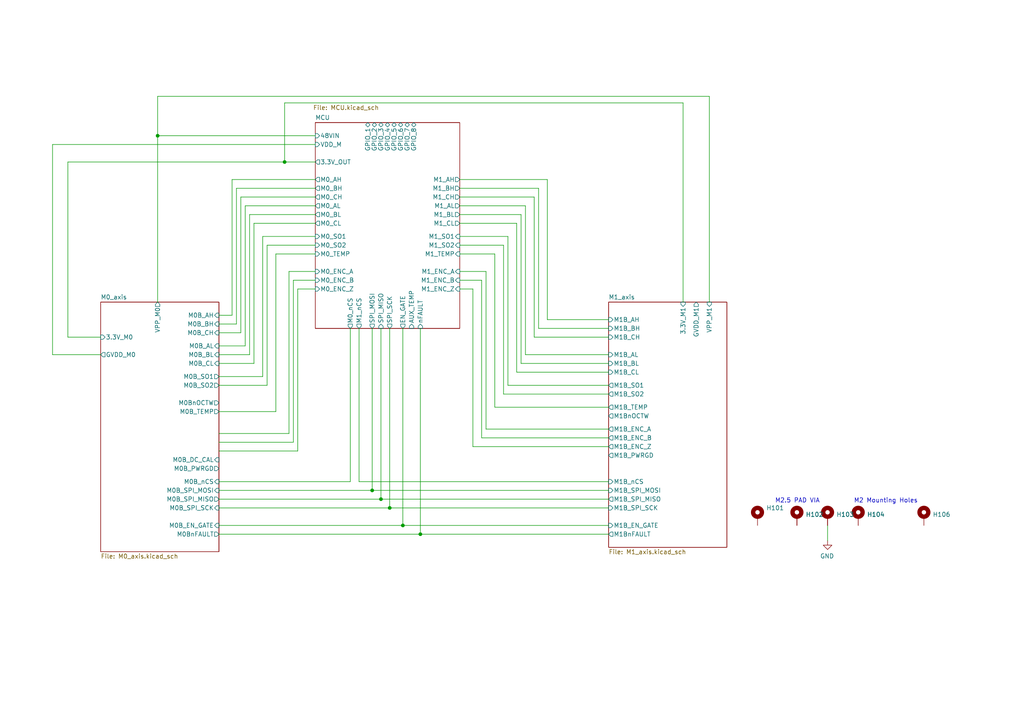
<source format=kicad_sch>
(kicad_sch (version 20230121) (generator eeschema)
  (paper "A4")
  (title_block (title "Q Motor Driver MB") (rev "1") (comment 1 "Drawn by: KHY"))
  (lib_symbols
    (symbol "Mechanical:MountingHole_Pad" (pin_numbers hide) (pin_names (offset 1.016) hide)
      (property "Reference" "H" (at 0 6.35 0))
      (property "Value" "MountingHole_Pad" (at 0 4.445 0))
      (symbol "MountingHole_Pad_0_1"
        (circle (center 0 1.27) (radius 1.27) (stroke (width 1.27)))
      )
      (symbol "MountingHole_Pad_1_1"
        (pin input line (at 0 -2.54 90) (length 2.54) (name "1") (number "1"))
      )
    )
    (symbol "power:GND" (power) (pin_names (offset 0))
      (property "Value" "GND" (at 0 -3.81 0))
      (symbol "GND_0_1"
        (polyline (pts (xy 0 0) (xy 0 -1.27) (xy 1.27 -1.27) (xy 0 -2.54) (xy -1.27 -1.27) (xy 0 -1.27)))
      )
      (symbol "GND_1_1"
        (pin power_in line (at 0 0 270) (length 0) hide (name "GND") (number "1"))
      )
    )
  )
  (junction (at 45.72 39.37))
  (junction (at 82.55 46.99))
  (junction (at 107.95 142.24))
  (junction (at 110.49 144.78))
  (junction (at 121.92 154.94))
  (junction (at 113.03 147.32))
  (junction (at 116.84 152.4))
  (wire (pts (xy 116.84 152.4) (xy 176.53 152.4)))
  (wire (pts (xy 149.86 107.95) (xy 176.53 107.95)))
  (wire (pts (xy 110.49 144.78) (xy 110.49 95.25)))
  (wire (pts (xy 156.21 95.25) (xy 176.53 95.25)))
  (wire (pts (xy 67.31 91.44) (xy 67.31 52.07)))
  (wire (pts (xy 137.16 83.82) (xy 137.16 129.54)))
  (wire (pts (xy 71.12 100.33) (xy 71.12 59.69)))
  (wire (pts (xy 86.36 83.82) (xy 91.44 83.82)))
  (wire (pts (xy 19.685 97.79) (xy 29.21 97.79)))
  (wire (pts (xy 107.95 142.24) (xy 176.53 142.24)))
  (wire (pts (xy 158.75 92.71) (xy 176.53 92.71)))
  (wire (pts (xy 146.05 114.3) (xy 146.05 71.12)))
  (wire (pts (xy 113.03 147.32) (xy 113.03 95.25)))
  (wire (pts (xy 77.47 111.76) (xy 77.47 71.12)))
  (wire (pts (xy 154.94 57.15) (xy 154.94 97.79)))
  (wire (pts (xy 240.03 152.4) (xy 240.03 156.845)))
  (wire (pts (xy 63.5 125.73) (xy 83.82 125.73)))
  (wire (pts (xy 83.82 125.73) (xy 83.82 78.74)))
  (wire (pts (xy 63.5 91.44) (xy 67.31 91.44)))
  (wire (pts (xy 63.5 102.87) (xy 72.39 102.87)))
  (wire (pts (xy 85.09 81.28) (xy 91.44 81.28)))
  (wire (pts (xy 149.86 64.77) (xy 149.86 107.95)))
  (wire (pts (xy 15.24 41.91) (xy 15.24 102.87)))
  (wire (pts (xy 104.14 139.7) (xy 176.53 139.7)))
  (wire (pts (xy 176.53 114.3) (xy 146.05 114.3)))
  (wire (pts (xy 113.03 147.32) (xy 176.53 147.32)))
  (wire (pts (xy 76.2 68.58) (xy 91.44 68.58)))
  (wire (pts (xy 143.51 118.11) (xy 176.53 118.11)))
  (wire (pts (xy 104.14 95.25) (xy 104.14 139.7)))
  (wire (pts (xy 121.92 154.94) (xy 176.53 154.94)))
  (wire (pts (xy 133.35 59.69) (xy 152.4 59.69)))
  (wire (pts (xy 133.35 78.74) (xy 140.97 78.74)))
  (wire (pts (xy 101.6 139.7) (xy 63.5 139.7)))
  (wire (pts (xy 154.94 97.79) (xy 176.53 97.79)))
  (wire (pts (xy 68.58 54.61) (xy 68.58 93.98)))
  (wire (pts (xy 139.7 81.28) (xy 139.7 127)))
  (wire (pts (xy 146.05 71.12) (xy 133.35 71.12)))
  (wire (pts (xy 80.01 119.38) (xy 63.5 119.38)))
  (wire (pts (xy 91.44 39.37) (xy 45.72 39.37)))
  (wire (pts (xy 133.35 68.58) (xy 147.32 68.58)))
  (wire (pts (xy 63.5 109.22) (xy 76.2 109.22)))
  (wire (pts (xy 143.51 73.66) (xy 143.51 118.11)))
  (wire (pts (xy 68.58 54.61) (xy 91.44 54.61)))
  (wire (pts (xy 63.5 152.4) (xy 116.84 152.4)))
  (wire (pts (xy 91.44 73.66) (xy 80.01 73.66)))
  (wire (pts (xy 91.44 41.91) (xy 15.24 41.91)))
  (wire (pts (xy 77.47 71.12) (xy 91.44 71.12)))
  (wire (pts (xy 133.35 81.28) (xy 139.7 81.28)))
  (wire (pts (xy 147.32 68.58) (xy 147.32 111.76)))
  (wire (pts (xy 151.13 105.41) (xy 176.53 105.41)))
  (wire (pts (xy 63.5 128.27) (xy 85.09 128.27)))
  (wire (pts (xy 69.85 57.15) (xy 91.44 57.15)))
  (wire (pts (xy 121.92 154.94) (xy 121.92 95.25)))
  (wire (pts (xy 63.5 130.81) (xy 86.36 130.81)))
  (wire (pts (xy 63.5 154.94) (xy 121.92 154.94)))
  (wire (pts (xy 133.35 57.15) (xy 154.94 57.15)))
  (wire (pts (xy 86.36 130.81) (xy 86.36 83.82)))
  (wire (pts (xy 198.12 29.845) (xy 82.55 29.845)))
  (wire (pts (xy 83.82 78.74) (xy 91.44 78.74)))
  (wire (pts (xy 15.24 102.87) (xy 29.21 102.87)))
  (wire (pts (xy 67.31 52.07) (xy 91.44 52.07)))
  (wire (pts (xy 82.55 46.99) (xy 91.44 46.99)))
  (wire (pts (xy 73.66 64.77) (xy 91.44 64.77)))
  (wire (pts (xy 76.2 109.22) (xy 76.2 68.58)))
  (wire (pts (xy 110.49 144.78) (xy 176.53 144.78)))
  (wire (pts (xy 140.97 78.74) (xy 140.97 124.46)))
  (wire (pts (xy 152.4 102.87) (xy 176.53 102.87)))
  (wire (pts (xy 63.5 100.33) (xy 71.12 100.33)))
  (wire (pts (xy 63.5 142.24) (xy 107.95 142.24)))
  (wire (pts (xy 63.5 96.52) (xy 69.85 96.52)))
  (wire (pts (xy 68.58 93.98) (xy 63.5 93.98)))
  (wire (pts (xy 133.35 64.77) (xy 149.86 64.77)))
  (wire (pts (xy 151.13 62.23) (xy 151.13 105.41)))
  (wire (pts (xy 156.21 54.61) (xy 156.21 95.25)))
  (wire (pts (xy 152.4 59.69) (xy 152.4 102.87)))
  (wire (pts (xy 139.7 127) (xy 176.53 127)))
  (wire (pts (xy 63.5 105.41) (xy 73.66 105.41)))
  (wire (pts (xy 19.685 46.99) (xy 19.685 97.79)))
  (wire (pts (xy 19.685 46.99) (xy 82.55 46.99)))
  (wire (pts (xy 158.75 52.07) (xy 158.75 92.71)))
  (wire (pts (xy 137.16 129.54) (xy 176.53 129.54)))
  (wire (pts (xy 133.35 54.61) (xy 156.21 54.61)))
  (wire (pts (xy 63.5 111.76) (xy 77.47 111.76)))
  (wire (pts (xy 63.5 147.32) (xy 113.03 147.32)))
  (wire (pts (xy 107.95 142.24) (xy 107.95 95.25)))
  (wire (pts (xy 205.74 27.94) (xy 205.74 87.63)))
  (wire (pts (xy 133.35 83.82) (xy 137.16 83.82)))
  (wire (pts (xy 198.12 29.845) (xy 198.12 87.63)))
  (wire (pts (xy 45.72 39.37) (xy 45.72 87.63)))
  (wire (pts (xy 101.6 95.25) (xy 101.6 139.7)))
  (wire (pts (xy 45.72 27.94) (xy 205.74 27.94)))
  (wire (pts (xy 72.39 102.87) (xy 72.39 62.23)))
  (wire (pts (xy 82.55 29.845) (xy 82.55 46.99)))
  (wire (pts (xy 80.01 73.66) (xy 80.01 119.38)))
  (wire (pts (xy 140.97 124.46) (xy 176.53 124.46)))
  (wire (pts (xy 133.35 52.07) (xy 158.75 52.07)))
  (wire (pts (xy 63.5 144.78) (xy 110.49 144.78)))
  (wire (pts (xy 69.85 96.52) (xy 69.85 57.15)))
  (wire (pts (xy 71.12 59.69) (xy 91.44 59.69)))
  (wire (pts (xy 147.32 111.76) (xy 176.53 111.76)))
  (wire (pts (xy 73.66 105.41) (xy 73.66 64.77)))
  (wire (pts (xy 45.72 27.94) (xy 45.72 39.37)))
  (wire (pts (xy 133.35 73.66) (xy 143.51 73.66)))
  (wire (pts (xy 116.84 95.25) (xy 116.84 152.4)))
  (wire (pts (xy 133.35 62.23) (xy 151.13 62.23)))
  (wire (pts (xy 72.39 62.23) (xy 91.44 62.23)))
  (wire (pts (xy 85.09 128.27) (xy 85.09 81.28)))
  (text "M2 Mounting Holes" (at 247.65 146.05 0) (effects (font (size 1.27 1.27)) (justify left bottom)))
  (text "M2.5 PAD VIA" (at 224.79 146.05 0) (effects (font (size 1.27 1.27)) (justify left bottom)))
  (symbol (lib_id "Mechanical:MountingHole_Pad") (at 267.97 149.86 0) (unit 1)
    (property "Reference" "H106" (at 270.51 149.225 0) (effects (justify left)))
    (property "Value" "MountingHole_Pad" (effects hide))
    (property "Footprint" "qdrive_footprints:MountingHole_3.2mm_M3" (effects hide))
  )
  (symbol (lib_id "Mechanical:MountingHole_Pad") (at 231.14 149.86 0) (unit 1)
    (property "Reference" "H102" (at 233.68 149.225 0) (effects (justify left)))
    (property "Value" "MountingHole_Pad" (effects hide))
    (property "Footprint" "MountingHole:MountingHole_3.2mm_M3_Pad_Via" (effects hide))
  )
  (symbol (lib_id "Mechanical:MountingHole_Pad") (at 248.92 149.86 0) (unit 1)
    (property "Reference" "H104" (at 251.46 149.225 0) (effects (justify left)))
    (property "Value" "MountingHole_Pad" (effects hide))
    (property "Footprint" "qdrive_footprints:MountingHole_3.2mm_M3" (effects hide))
  )
  (symbol (lib_id "Mechanical:MountingHole_Pad") (at 219.71 149.86 0) (unit 1)
    (property "Reference" "H101" (at 222.25 147.3199 0) (effects (justify left)))
    (property "Value" "MountingHole_Pad" (effects hide))
    (property "Footprint" "MountingHole:MountingHole_3.2mm_M3_Pad_Via" (effects hide))
  )
  (symbol (lib_id "power:GND") (at 240.03 156.845 0) (mirror y) (unit 1)
    (property "Reference" "#PWR0101" (effects hide))
    (property "Value" "GND" (at 241.935 161.29 0) (effects (justify left)))
  )
  (symbol (lib_id "Mechanical:MountingHole_Pad") (at 240.03 149.86 0) (unit 1)
    (property "Reference" "H103" (at 242.57 149.225 0) (effects (justify left)))
    (property "Value" "MountingHole_Pad" (effects hide))
    (property "Footprint" "MountingHole:MountingHole_3.2mm_M3_Pad_Via" (effects hide))
  )
  (sheet (at 176.53 87.63) (size 34.29 71.12) (stroke (width 0.1524))
    (property "Sheetname" "M1_axis" (at 176.53 86.9184 0) (effects (justify left bottom)))
    (property "Sheetfile" "M1_axis.kicad_sch" (at 176.53 159.3346 0) (effects (justify left top)))
    (pin "M1B_EN_GATE" input (at 176.53 152.4 180))
    (pin "M1B_CH" input (at 176.53 97.79 180))
    (pin "M1B_AH" input (at 176.53 92.71 180))
    (pin "M1B_CL" input (at 176.53 107.95 180))
    (pin "M1B_BL" input (at 176.53 105.41 180))
    (pin "M1B_BH" input (at 176.53 95.25 180))
    (pin "M1B_AL" input (at 176.53 102.87 180))
    (pin "3.3V_M1" input (at 198.12 87.63 90))
    (pin "M1B_SPI_MOSI" input (at 176.53 142.24 180))
    (pin "M1B_SPI_MISO" output (at 176.53 144.78 180))
    (pin "M1B_SPI_SCK" input (at 176.53 147.32 180))
    (pin "M1B_nCS" input (at 176.53 139.7 180))
    (pin "M1B_SO1" output (at 176.53 111.76 180))
    (pin "M1B_SO2" output (at 176.53 114.3 180))
    (pin "GVDD_M1" output (at 201.93 87.63 90))
    (pin "M1B_TEMP" output (at 176.53 118.11 180))
    (pin "M1BnOCTW" output (at 176.53 120.65 180))
    (pin "M1BnFAULT" output (at 176.53 154.94 180))
    (pin "M1B_PWRGD" output (at 176.53 132.08 180))
    (pin "M1B_ENC_A" output (at 176.53 124.46 180))
    (pin "M1B_ENC_B" output (at 176.53 127 180))
    (pin "M1B_ENC_Z" output (at 176.53 129.54 180))
    (pin "VPP_M1" input (at 205.74 87.63 90))
  )
  (sheet (at 29.21 87.63) (size 34.29 72.39) (stroke (width 0.1524))
    (property "Sheetname" "M0_axis" (at 29.21 86.9184 0) (effects (justify left bottom)))
    (property "Sheetfile" "M0_axis.kicad_sch" (at 29.21 160.6046 0) (effects (justify left top)))
    (pin "M0B_TEMP" output (at 63.5 119.38 0))
    (pin "3.3V_M0" input (at 29.21 97.79 180))
    (pin "GVDD_M0" output (at 29.21 102.87 180))
    (pin "M0B_PWRGD" output (at 63.5 135.89 0))
    (pin "M0BnFAULT" output (at 63.5 154.94 0))
    (pin "M0BnOCTW" output (at 63.5 116.84 0))
    (pin "M0B_CL" input (at 63.5 105.41 0))
    (pin "M0B_BH" input (at 63.5 93.98 0))
    (pin "M0B_AH" input (at 63.5 91.44 0))
    (pin "M0B_BL" input (at 63.5 102.87 0))
    (pin "M0B_CH" input (at 63.5 96.52 0))
    (pin "M0B_nCS" input (at 63.5 139.7 0))
    (pin "M0B_SPI_SCK" input (at 63.5 147.32 0))
    (pin "M0B_SPI_MOSI" input (at 63.5 142.24 0))
    (pin "M0B_SPI_MISO" output (at 63.5 144.78 0))
    (pin "M0B_AL" input (at 63.5 100.33 0))
    (pin "M0B_SO2" output (at 63.5 111.76 0))
    (pin "M0B_SO1" output (at 63.5 109.22 0))
    (pin "M0B_DC_CAL" input (at 63.5 133.35 0))
    (pin "M0B_EN_GATE" input (at 63.5 152.4 0))
    (pin "VPP_M0" output (at 45.72 87.63 90))
  )
  (sheet (at 91.44 35.56) (size 41.91 59.69) (stroke (width 0.1524))
    (property "Sheetname" "MCU" (at 91.44 34.8484 0) (effects (justify left bottom)))
    (property "Sheetfile" "MCU.kicad_sch" (at 90.805 30.48 0) (effects (justify left top)))
    (pin "M1_nCS" output (at 104.14 95.25 270))
    (pin "M0_nCS" output (at 101.6 95.25 270))
    (pin "SPI_MOSI" output (at 107.95 95.25 270))
    (pin "SPI_MISO" input (at 110.49 95.25 270))
    (pin "M0_SO2" input (at 91.44 71.12 180))
    (pin "M1_SO2" input (at 133.35 71.12 0))
    (pin "M1_SO1" input (at 133.35 68.58 0))
    (pin "GPIO_5" bidirectional (at 114.3 35.56 90))
    (pin "M0_TEMP" input (at 91.44 73.66 180))
    (pin "M1_AH" output (at 133.35 52.07 0))
    (pin "M1_BH" output (at 133.35 54.61 0))
    (pin "M1_CH" output (at 133.35 57.15 0))
    (pin "SPI_SCK" output (at 113.03 95.25 270))
    (pin "GPIO_1" bidirectional (at 106.68 35.56 90))
    (pin "M1_ENC_Z" input (at 133.35 83.82 0))
    (pin "M0_ENC_Z" input (at 91.44 83.82 180))
    (pin "M0_CL" output (at 91.44 64.77 180))
    (pin "M0_BL" output (at 91.44 62.23 180))
    (pin "M0_AL" output (at 91.44 59.69 180))
    (pin "EN_GATE" output (at 116.84 95.25 270))
    (pin "nFAULT" input (at 121.92 95.25 270))
    (pin "M0_SO1" input (at 91.44 68.58 180))
    (pin "GPIO_4" bidirectional (at 112.395 35.56 90))
    (pin "GPIO_2" bidirectional (at 108.585 35.56 90))
    (pin "GPIO_3" bidirectional (at 110.49 35.56 90))
    (pin "AUX_TEMP" input (at 119.38 95.25 270))
    (pin "M1_TEMP" input (at 133.35 73.66 0))
    (pin "GPIO_7" bidirectional (at 118.11 35.56 90))
    (pin "GPIO_6" bidirectional (at 116.205 35.56 90))
    (pin "GPIO_8" bidirectional (at 120.015 35.56 90))
    (pin "M1_BL" output (at 133.35 62.23 0))
    (pin "M1_CL" output (at 133.35 64.77 0))
    (pin "M1_AL" output (at 133.35 59.69 0))
    (pin "M0_CH" output (at 91.44 57.15 180))
    (pin "M0_ENC_A" input (at 91.44 78.74 180))
    (pin "M0_ENC_B" input (at 91.44 81.28 180))
    (pin "M1_ENC_A" input (at 133.35 78.74 0))
    (pin "M1_ENC_B" input (at 133.35 81.28 0))
    (pin "M0_AH" output (at 91.44 52.07 180))
    (pin "M0_BH" output (at 91.44 54.61 180))
    (pin "3.3V_OUT" output (at 91.44 46.99 180))
    (pin "VDD_M" input (at 91.44 41.91 180))
    (pin "48VIN" input (at 91.44 39.37 180))
  )
)
</source>
